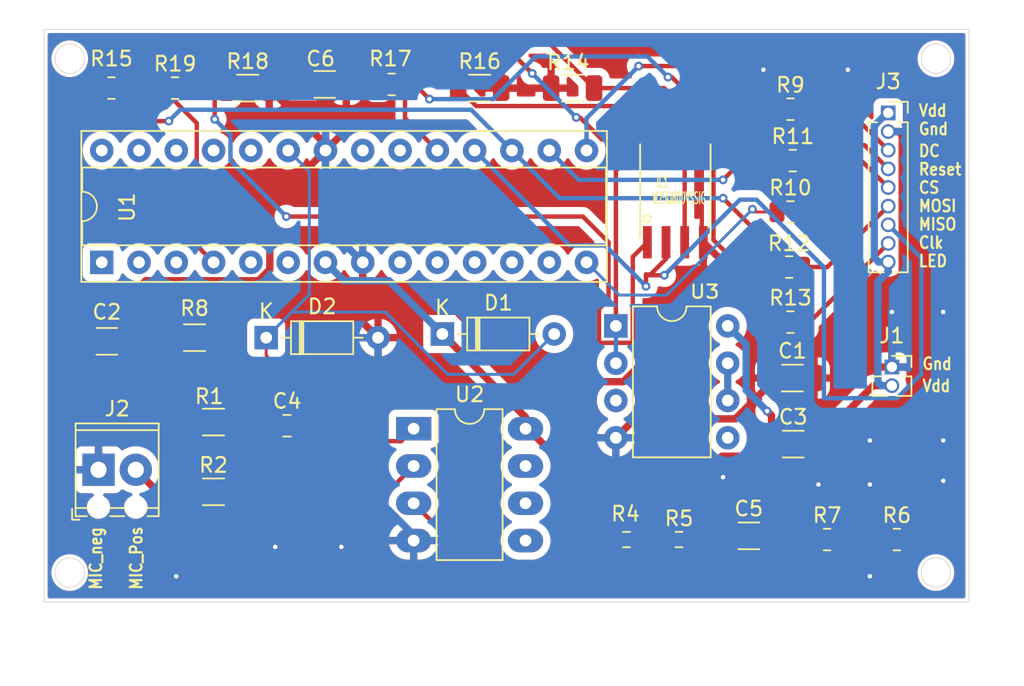
<source format=kicad_pcb>
(kicad_pcb (version 20240108) (generator "pcbnew") (generator_version "8.0")
  (layers (0 "F.Cu" signal) (31 "B.Cu" signal) (34 "B.Paste" user) (35 "F.Paste" user) (36 "B.SilkS" user "B.Silkscreen") (37 "F.SilkS" user "F.Silkscreen") (38 "B.Mask" user) (39 "F.Mask" user) (44 "Edge.Cuts" user))
  (net 0 "")
  (net 1 "GND")
  (net 2 "Net-(C2-Pad1)")
  (net 3 "VDD")
  (net 4 "MIC_POS")
  (net 5 "Net-(IC1-VCC)")
  (net 6 "Net-(IC1-IO2)")
  (net 7 "Net-(IC1-IO0)")
  (net 8 "Net-(IC1-CLK)")
  (net 9 "Net-(IC1-CS)")
  (net 10 "MISO")
  (net 11 "Net-(J3-Pin_8)")
  (net 12 "Net-(J3-Pin_3)")
  (net 13 "Net-(J3-Pin_5)")
  (net 14 "Net-(J3-Pin_6)")
  (net 15 "Net-(J3-Pin_4)")
  (net 16 "Net-(R1-Pad2)")
  (net 17 "Net-(U1-PB1)")
  (net 18 "Net-(U1-PB0)")
  (net 19 "Net-(U1-PB2)")
  (net 20 "MOSI")
  (net 21 "CLK")
  (net 22 "SS")
  (net 44 "Net-(U3-FEEDBACK)")
  (net 46 "/op1")
  (net 47 "/op2")
  (net 48 "/divider")
  (footprint "Connector_PinSocket_1.27mm:PinSocket_1x09_P1.27mm_Vertical" (layer "F.Cu") (at 133.75 81.44)
    (property "Reference" "J3" (at 0 -2.135 0) (layer "F.SilkS"))
    (property "Value" "Conn_01x09_Pin" (hide yes))
    (pad "1" thru_hole rect (at 0 0) (size 1 1) (drill 0.7) (layers "*.Cu" "*.Mask") (net 3 "VDD"))
    (pad "2" thru_hole oval (at 0 1.27) (size 1 1) (drill 0.7) (layers "*.Cu" "*.Mask") (net 1 "GND"))
    (pad "3" thru_hole oval (at 0 2.54) (size 1 1) (drill 0.7) (layers "*.Cu" "*.Mask") (net 12 "Net-(J3-Pin_3)"))
    (pad "4" thru_hole oval (at 0 3.81) (size 1 1) (drill 0.7) (layers "*.Cu" "*.Mask") (net 15 "Net-(J3-Pin_4)"))
    (pad "5" thru_hole oval (at 0 5.08) (size 1 1) (drill 0.7) (layers "*.Cu" "*.Mask") (net 13 "Net-(J3-Pin_5)"))
    (pad "6" thru_hole oval (at 0 6.35) (size 1 1) (drill 0.7) (layers "*.Cu" "*.Mask") (net 14 "Net-(J3-Pin_6)"))
    (pad "7" thru_hole oval (at 0 7.62) (size 1 1) (drill 0.7) (layers "*.Cu" "*.Mask") (net 10 "MISO"))
    (pad "8" thru_hole oval (at 0 8.89) (size 1 1) (drill 0.7) (layers "*.Cu" "*.Mask") (net 11 "Net-(J3-Pin_8)"))
    (pad "9" thru_hole oval (at 0 10.16) (size 1 1) (drill 0.7) (layers "*.Cu" "*.Mask") (net 3 "VDD"))
  )
  (footprint "Resistor_SMD:R_0805_2012Metric" (layer "F.Cu") (at 127.0875 95.69)
    (property "Reference" "R13" (at 0 -1.65 0) (layer "F.SilkS"))
    (property "Value" "10k" (hide yes))
    (pad "1" smd roundrect (at -0.9125 0) (size 1.025 1.4) (layers "F.Cu" "F.Paste" "F.Mask") (roundrect_rratio 0.243902) (net 21 "CLK"))
    (pad "2" smd roundrect (at 0.9125 0) (size 1.025 1.4) (layers "F.Cu" "F.Paste" "F.Mask") (roundrect_rratio 0.243902) (net 11 "Net-(J3-Pin_8)"))
  )
  (footprint "W25Q80DVSSIG:SOIC8-FLASH" (layer "F.Cu") (at 119.25 86.75)
    (property "Reference" "IC1" (at -0.889 -0.5842 0) (layer "F.SilkS") (effects (font (size 0.8 0.32) (thickness 0.08))))
    (property "Value" "W25Q80DVSSIG" (at 0.25 0.5 0) (layer "F.SilkS") (effects (font (size 0.8 0.32) (thickness 0.08))))
    (pad "1" smd rect (at -1.905 3.5) (size 0.6 2.2) (layers "F.Cu" "F.Paste" "F.Mask") (net 9 "Net-(IC1-CS)"))
    (pad "2" smd rect (at -0.635 3.5) (size 0.6 2.2) (layers "F.Cu" "F.Paste" "F.Mask") (net 10 "MISO"))
    (pad "3" smd rect (at 0.635 3.5) (size 0.6 2.2) (layers "F.Cu" "F.Paste" "F.Mask") (net 6 "Net-(IC1-IO2)"))
    (pad "4" smd rect (at 1.905 3.5) (size 0.6 2.2) (layers "F.Cu" "F.Paste" "F.Mask") (net 1 "GND"))
    (pad "5" smd rect (at 1.905 -3.5) (size 0.6 2.2) (layers "F.Cu" "F.Paste" "F.Mask") (net 7 "Net-(IC1-IO0)"))
    (pad "6" smd rect (at 0.635 -3.5) (size 0.6 2.2) (layers "F.Cu" "F.Paste" "F.Mask") (net 8 "Net-(IC1-CLK)"))
    (pad "7" smd rect (at -0.635 -3.5) (size 0.6 2.2) (layers "F.Cu" "F.Paste" "F.Mask") (net 6 "Net-(IC1-IO2)"))
    (pad "8" smd rect (at -1.905 -3.5) (size 0.6 2.2) (layers "F.Cu" "F.Paste" "F.Mask") (net 5 "Net-(IC1-VCC)"))
  )
  (footprint "Capacitor_SMD:C_1206_3216Metric" (layer "F.Cu") (at 95.3625 79.5 180)
    (property "Reference" "C6" (at 0.275 1.75 0) (layer "F.SilkS"))
    (property "Value" "10uF" (hide yes))
    (pad "1" smd roundrect (at -1.475 0 180) (size 1.15 1.8) (layers "F.Cu" "F.Paste" "F.Mask") (roundrect_rratio 0.217391) (net 1 "GND"))
    (pad "2" smd roundrect (at 1.475 0 180) (size 1.15 1.8) (layers "F.Cu" "F.Paste" "F.Mask") (roundrect_rratio 0.217391) (net 5 "Net-(IC1-VCC)"))
  )
  (footprint "Capacitor_SMD:C_1206_3216Metric" (layer "F.Cu") (at 127.275 104)
    (property "Reference" "C3" (at 0 -1.85 0) (layer "F.SilkS"))
    (property "Value" "100nF" (hide yes))
    (pad "1" smd roundrect (at -1.475 0) (size 1.15 1.8) (layers "F.Cu" "F.Paste" "F.Mask") (roundrect_rratio 0.217391) (net 3 "VDD"))
    (pad "2" smd roundrect (at 1.475 0) (size 1.15 1.8) (layers "F.Cu" "F.Paste" "F.Mask") (roundrect_rratio 0.217391) (net 3 "VDD"))
  )
  (footprint "Package_DIP:DIP-8_W7.62mm_LongPads" (layer "F.Cu") (at 101.425 102.95)
    (property "Reference" "U2" (at 3.81 -2.33 0) (layer "F.SilkS"))
    (property "Value" "TL082" (hide yes))
    (pad "1" thru_hole rect (at 0 0) (size 2.4 1.6) (drill 0.8) (layers "*.Cu" "*.Mask") (net 46 "/op1"))
    (pad "2" thru_hole oval (at 0 2.54) (size 2.4 1.6) (drill 0.8) (layers "*.Cu" "*.Mask") (net 47 "/op2"))
    (pad "3" thru_hole oval (at 0 5.08) (size 2.4 1.6) (drill 0.8) (layers "*.Cu" "*.Mask") (net 48 "/divider"))
    (pad "4" thru_hole oval (at 0 7.62) (size 2.4 1.6) (drill 0.8) (layers "*.Cu" "*.Mask") (net 1 "GND"))
    (pad "5" thru_hole oval (at 7.62 7.62) (size 2.4 1.6) (drill 0.8) (layers "*.Cu" "*.Mask"))
    (pad "6" thru_hole oval (at 7.62 5.08) (size 2.4 1.6) (drill 0.8) (layers "*.Cu" "*.Mask"))
    (pad "7" thru_hole oval (at 7.62 2.54) (size 2.4 1.6) (drill 0.8) (layers "*.Cu" "*.Mask"))
    (pad "8" thru_hole oval (at 7.62 0) (size 2.4 1.6) (drill 0.8) (layers "*.Cu" "*.Mask") (net 3 "VDD"))
  )
  (footprint "Resistor_SMD:R_0805_2012Metric" (layer "F.Cu") (at 85.175 79.75)
    (property "Reference" "R19" (at 0 -1.65 0) (layer "F.SilkS"))
    (property "Value" "100" (hide yes))
    (pad "1" smd roundrect (at -0.9125 0) (size 1.025 1.4) (layers "F.Cu" "F.Paste" "F.Mask") (roundrect_rratio 0.243902) (net 22 "SS"))
    (pad "2" smd roundrect (at 0.9125 0) (size 1.025 1.4) (layers "F.Cu" "F.Paste" "F.Mask") (roundrect_rratio 0.243902) (net 9 "Net-(IC1-CS)"))
  )
  (footprint "Package_DIP:DIP-8_W7.62mm" (layer "F.Cu") (at 115.2 95.95)
    (property "Reference" "U3" (at 6.05 -2.33 0) (layer "F.SilkS") (effects (font (size 0.9 1))))
    (property "Value" "LP2951-3.3_DIP" (hide yes))
    (pad "1" thru_hole rect (at 0 0) (size 1.6 1.6) (drill 0.8) (layers "*.Cu" "*.Mask") (net 5 "Net-(IC1-VCC)"))
    (pad "2" thru_hole oval (at 0 2.54) (size 1.6 1.6) (drill 0.8) (layers "*.Cu" "*.Mask") (net 5 "Net-(IC1-VCC)"))
    (pad "3" thru_hole oval (at 0 5.08) (size 1.6 1.6) (drill 0.8) (layers "*.Cu" "*.Mask"))
    (pad "4" thru_hole oval (at 0 7.62) (size 1.6 1.6) (drill 0.8) (layers "*.Cu" "*.Mask") (net 1 "GND"))
    (pad "5" thru_hole oval (at 7.62 7.62) (size 1.6 1.6) (drill 0.8) (layers "*.Cu" "*.Mask"))
    (pad "6" thru_hole oval (at 7.62 5.08) (size 1.6 1.6) (drill 0.8) (layers "*.Cu" "*.Mask") (net 44 "Net-(U3-FEEDBACK)"))
    (pad "7" thru_hole oval (at 7.62 2.54) (size 1.6 1.6) (drill 0.8) (layers "*.Cu" "*.Mask") (net 44 "Net-(U3-FEEDBACK)"))
    (pad "8" thru_hole oval (at 7.62 0) (size 1.6 1.6) (drill 0.8) (layers "*.Cu" "*.Mask") (net 3 "VDD"))
  )
  (footprint "Resistor_SMD:R_1206_3216Metric" (layer "F.Cu") (at 90.125 79.75)
    (property "Reference" "R18" (at 0 -1.82 0) (layer "F.SilkS"))
    (property "Value" "200" (hide yes))
    (pad "1" smd roundrect (at -1.4625 0) (size 1.125 1.75) (layers "F.Cu" "F.Paste" "F.Mask") (roundrect_rratio 0.222222) (net 9 "Net-(IC1-CS)"))
    (pad "2" smd roundrect (at 1.4625 0) (size 1.125 1.75) (layers "F.Cu" "F.Paste" "F.Mask") (roundrect_rratio 0.222222) (net 1 "GND"))
  )
  (footprint "Resistor_SMD:R_1206_3216Metric" (layer "F.Cu") (at 87.7875 102.5 180)
    (property "Reference" "R1" (at 0.2875 1.75 0) (layer "F.SilkS"))
    (property "Value" "3.3k" (hide yes))
    (pad "1" smd roundrect (at -1.4625 0 180) (size 1.125 1.75) (layers "F.Cu" "F.Paste" "F.Mask") (roundrect_rratio 0.222222) (net 47 "/op2"))
    (pad "2" smd roundrect (at 1.4625 0 180) (size 1.125 1.75) (layers "F.Cu" "F.Paste" "F.Mask") (roundrect_rratio 0.222222) (net 16 "Net-(R1-Pad2)"))
  )
  (footprint "Resistor_SMD:R_0805_2012Metric" (layer "F.Cu") (at 127.0875 88.19)
    (property "Reference" "R10" (at 0 -1.65 0) (layer "F.SilkS"))
    (property "Value" "10k" (hide yes))
    (pad "1" smd roundrect (at -0.9125 0) (size 1.025 1.4) (layers "F.Cu" "F.Paste" "F.Mask") (roundrect_rratio 0.243902) (net 18 "Net-(U1-PB0)"))
    (pad "2" smd roundrect (at 0.9125 0) (size 1.025 1.4) (layers "F.Cu" "F.Paste" "F.Mask") (roundrect_rratio 0.243902) (net 15 "Net-(J3-Pin_4)"))
  )
  (footprint "Resistor_SMD:R_0805_2012Metric" (layer "F.Cu") (at 127 91.94)
    (property "Reference" "R12" (at 0 -1.61 0) (layer "F.SilkS"))
    (property "Value" "10k" (hide yes))
    (pad "1" smd roundrect (at -0.9125 0) (size 1.025 1.4) (layers "F.Cu" "F.Paste" "F.Mask") (roundrect_rratio 0.243902) (net 20 "MOSI"))
    (pad "2" smd roundrect (at 0.9125 0) (size 1.025 1.4) (layers "F.Cu" "F.Paste" "F.Mask") (roundrect_rratio 0.243902) (net 14 "Net-(J3-Pin_6)"))
  )
  (footprint "Diode_THT:D_DO-35_SOD27_P7.62mm_Horizontal" (layer "F.Cu") (at 91.38 96.75)
    (property "Reference" "D2" (at 3.81 -2.12 0) (layer "F.SilkS"))
    (property "Value" "1N4148")
    (fp_text user "K" (at 0 -1.8 0) (layer "F.SilkS"))
    (pad "1" thru_hole rect (at 0 0) (size 1.6 1.6) (drill 0.8) (layers "*.Cu" "*.Mask") (net 46 "/op1"))
    (pad "2" thru_hole oval (at 7.62 0) (size 1.6 1.6) (drill 0.8) (layers "*.Cu" "*.Mask") (net 1 "GND"))
  )
  (footprint "Resistor_SMD:R_1206_3216Metric" (layer "F.Cu") (at 105.925 79.75)
    (property "Reference" "R16" (at 0 -1.82 0) (layer "F.SilkS"))
    (property "Value" "200" (hide yes))
    (pad "1" smd roundrect (at -1.4625 0) (size 1.125 1.75) (layers "F.Cu" "F.Paste" "F.Mask") (roundrect_rratio 0.222222) (net 8 "Net-(IC1-CLK)"))
    (pad "2" smd roundrect (at 1.4625 0) (size 1.125 1.75) (layers "F.Cu" "F.Paste" "F.Mask") (roundrect_rratio 0.222222) (net 1 "GND"))
  )
  (footprint "Capacitor_SMD:C_0805_2012Metric" (layer "F.Cu") (at 92.8 102.75)
    (property "Reference" "C4" (at 0 -1.68 0) (layer "F.SilkS"))
    (property "Value" "500pF" (hide yes))
    (pad "1" smd roundrect (at -0.95 0) (size 1 1.45) (layers "F.Cu" "F.Paste" "F.Mask") (net 47 "/op2"))
    (pad "2" smd roundrect (at 0.95 0) (size 1 1.45) (layers "F.Cu" "F.Paste" "F.Mask") (net 46 "/op1"))
  )
  (footprint "Capacitor_SMD:C_1206_3216Metric" (layer "F.Cu") (at 124.25 110.25)
    (property "Reference" "C5" (at 0 -1.85 0) (layer "F.SilkS"))
    (property "Value" "10uF" (hide yes))
    (pad "1" smd roundrect (at -1.475 0) (size 1.15 1.8) (layers "F.Cu" "F.Paste" "F.Mask") (roundrect_rratio 0.217391) (net 48 "/divider"))
    (pad "2" smd roundrect (at 1.475 0) (size 1.15 1.8) (layers "F.Cu" "F.Paste" "F.Mask") (roundrect_rratio 0.217391) (net 4 "MIC_POS"))
  )
  (footprint "Resistor_SMD:R_1206_3216Metric" (layer "F.Cu") (at 112.25 79.75 180)
    (property "Reference" "R14" (at 0.2875 1.75 0) (layer "F.SilkS"))
    (property "Value" "200" (hide yes))
    (pad "1" smd roundrect (at -1.4625 0 180) (size 1.125 1.75) (layers "F.Cu" "F.Paste" "F.Mask") (roundrect_rratio 0.222222) (net 7 "Net-(IC1-IO0)"))
    (pad "2" smd roundrect (at 1.4625 0 180) (size 1.125 1.75) (layers "F.Cu" "F.Paste" "F.Mask") (roundrect_rratio 0.222222) (net 1 "GND"))
  )
  (footprint "Resistor_SMD:R_0603_1608Metric" (layer "F.Cu") (at 115.925 110.5 180)
    (property "Reference" "R4" (at 0.075 1.75 0) (layer "F.SilkS"))
    (property "Value" "20k" (hide yes))
    (pad "1" smd roundrect (at -0.825 0 180) (size 0.8 0.95) (layers "F.Cu" "F.Paste" "F.Mask") (net 3 "VDD"))
    (pad "2" smd roundrect (at 0.825 0 180) (size 0.8 0.95) (layers "F.Cu" "F.Paste" "F.Mask") (net 48 "/divider"))
  )
  (footprint "Resistor_SMD:R_1206_3216Metric" (layer "F.Cu") (at 86.5 96.75 180)
    (property "Reference" "R8" (at 0 2 0) (layer "F.SilkS"))
    (property "Value" "3.3k" (hide yes))
    (pad "1" smd roundrect (at -1.4625 0 180) (size 1.125 1.75) (layers "F.Cu" "F.Paste" "F.Mask") (roundrect_rratio 0.222222) (net 16 "Net-(R1-Pad2)"))
    (pad "2" smd roundrect (at 1.4625 0 180) (size 1.125 1.75) (layers "F.Cu" "F.Paste" "F.Mask") (roundrect_rratio 0.222222) (net 2 "Net-(C2-Pad1)"))
  )
  (footprint "Diode_THT:D_DO-35_SOD27_P7.62mm_Horizontal" (layer "F.Cu") (at 103.38 96.5)
    (property "Reference" "D1" (at 3.81 -2.12 0) (layer "F.SilkS"))
    (property "Value" "1N4148")
    (fp_text user "K" (at 0 -1.8 0) (layer "F.SilkS"))
    (pad "1" thru_hole rect (at 0 0) (size 1.6 1.6) (drill 0.8) (layers "*.Cu" "*.Mask") (net 3 "VDD"))
    (pad "2" thru_hole oval (at 7.62 0) (size 1.6 1.6) (drill 0.8) (layers "*.Cu" "*.Mask") (net 46 "/op1"))
  )
  (footprint "Package_DIP:DIP-28_W7.62mm_Socket" (layer "F.Cu") (at 80.18 91.62 90)
    (property "Reference" "U1" (at 3.75 1.73 90) (layer "F.SilkS"))
    (property "Value" "ATmega328-P")
    (pad "1" thru_hole rect (at 0 0 90) (size 1.6 1.6) (drill 0.8) (layers "*.Cu" "*.Mask"))
    (pad "2" thru_hole oval (at 0 2.54 90) (size 1.6 1.6) (drill 0.8) (layers "*.Cu" "*.Mask"))
    (pad "3" thru_hole oval (at 0 5.08 90) (size 1.6 1.6) (drill 0.8) (layers "*.Cu" "*.Mask"))
    (pad "4" thru_hole oval (at 0 7.62 90) (size 1.6 1.6) (drill 0.8) (layers "*.Cu" "*.Mask") (net 22 "SS"))
    (pad "5" thru_hole oval (at 0 10.16 90) (size 1.6 1.6) (drill 0.8) (layers "*.Cu" "*.Mask"))
    (pad "6" thru_hole oval (at 0 12.7 90) (size 1.6 1.6) (drill 0.8) (layers "*.Cu" "*.Mask"))
    (pad "7" thru_hole oval (at 0 15.24 90) (size 1.6 1.6) (drill 0.8) (layers "*.Cu" "*.Mask") (net 3 "VDD"))
    (pad "8" thru_hole oval (at 0 17.78 90) (size 1.6 1.6) (drill 0.8) (layers "*.Cu" "*.Mask") (net 1 "GND"))
    (pad "9" thru_hole oval (at 0 20.32 90) (size 1.6 1.6) (drill 0.8) (layers "*.Cu" "*.Mask"))
    (pad "10" thru_hole oval (at 0 22.86 90) (size 1.6 1.6) (drill 0.8) (layers "*.Cu" "*.Mask"))
    (pad "11" thru_hole oval (at 0 25.4 90) (size 1.6 1.6) (drill 0.8) (layers "*.Cu" "*.Mask"))
    (pad "12" thru_hole oval (at 0 27.94 90) (size 1.6 1.6) (drill 0.8) (layers "*.Cu" "*.Mask"))
    (pad "13" thru_hole oval (at 0 30.48 90) (size 1.6 1.6) (drill 0.8) (layers "*.Cu" "*.Mask"))
    (pad "14" thru_hole oval (at 0 33.02 90) (size 1.6 1.6) (drill 0.8) (layers "*.Cu" "*.Mask") (net 18 "Net-(U1-PB0)"))
    (pad "15" thru_hole oval (at 7.62 33.02 90) (size 1.6 1.6) (drill 0.8) (layers "*.Cu" "*.Mask") (net 17 "Net-(U1-PB1)"))
    (pad "16" thru_hole oval (at 7.62 30.48 90) (size 1.6 1.6) (drill 0.8) (layers "*.Cu" "*.Mask") (net 19 "Net-(U1-PB2)"))
    (pad "17" thru_hole oval (at 7.62 27.94 90) (size 1.6 1.6) (drill 0.8) (layers "*.Cu" "*.Mask") (net 20 "MOSI"))
    (pad "18" thru_hole oval (at 7.62 25.4 90) (size 1.6 1.6) (drill 0.8) (layers "*.Cu" "*.Mask") (net 10 "MISO"))
    (pad "19" thru_hole oval (at 7.62 22.86 90) (size 1.6 1.6) (drill 0.8) (layers "*.Cu" "*.Mask") (net 21 "CLK"))
    (pad "20" thru_hole oval (at 7.62 20.32 90) (size 1.6 1.6) (drill 0.8) (layers "*.Cu" "*.Mask"))
    (pad "21" thru_hole oval (at 7.62 17.78 90) (size 1.6 1.6) (drill 0.8) (layers "*.Cu" "*.Mask"))
    (pad "22" thru_hole oval (at 7.62 15.24 90) (size 1.6 1.6) (drill 0.8) (layers "*.Cu" "*.Mask") (net 1 "GND"))
    (pad "23" thru_hole oval (at 7.62 12.7 90) (size 1.6 1.6) (drill 0.8) (layers "*.Cu" "*.Mask") (net 46 "/op1"))
    (pad "24" thru_hole oval (at 7.62 10.16 90) (size 1.6 1.6) (drill 0.8) (layers "*.Cu" "*.Mask"))
    (pad "25" thru_hole oval (at 7.62 7.62 90) (size 1.6 1.6) (drill 0.8) (layers "*.Cu" "*.Mask"))
    (pad "26" thru_hole oval (at 7.62 5.08 90) (size 1.6 1.6) (drill 0.8) (layers "*.Cu" "*.Mask"))
    (pad "27" thru_hole oval (at 7.62 2.54 90) (size 1.6 1.6) (drill 0.8) (layers "*.Cu" "*.Mask"))
    (pad "28" thru_hole oval (at 7.62 0 90) (size 1.6 1.6) (drill 0.8) (layers "*.Cu" "*.Mask"))
  )
  (footprint "TerminalBlock_Phoenix:TerminalBlock_Phoenix_MPT-0,5-2-2.54_1x02_P2.54mm_Horizontal" (layer "F.Cu") (at 79.96 105.75)
    (property "Reference" "J2" (at 1.27 -4.16 0) (layer "F.SilkS"))
    (property "Value" "Conn_01x02_Pin" (hide yes))
    (pad "" np_thru_hole circle (at 0 2.54) (size 1.1 1.1) (drill 1.1) (layers "*.Cu" "*.Mask"))
    (pad "" np_thru_hole circle (at 2.54 2.54) (size 1.1 1.1) (drill 1.1) (layers "*.Cu" "*.Mask"))
    (pad "1" thru_hole rect (at 0 0) (size 2.2 2.2) (drill 1.1) (layers "*.Cu" "*.Mask") (net 1 "GND"))
    (pad "2" thru_hole circle (at 2.54 0) (size 2.2 2.2) (drill 1.1) (layers "*.Cu" "*.Mask") (net 4 "MIC_POS"))
  )
  (footprint "Resistor_SMD:R_0805_2012Metric" (layer "F.Cu") (at 127.0875 81.19)
    (property "Reference" "R9" (at 0 -1.65 0) (layer "F.SilkS"))
    (property "Value" "10k" (hide yes))
    (pad "1" smd roundrect (at -0.9125 0) (size 1.025 1.4) (layers "F.Cu" "F.Paste" "F.Mask") (roundrect_rratio 0.243902) (net 17 "Net-(U1-PB1)"))
    (pad "2" smd roundrect (at 0.9125 0) (size 1.025 1.4) (layers "F.Cu" "F.Paste" "F.Mask") (roundrect_rratio 0.243902) (net 12 "Net-(J3-Pin_3)"))
  )
  (footprint "Capacitor_SMD:C_1206_3216Metric" (layer "F.Cu") (at 80.525 97 180)
    (property "Reference" "C2" (at 0 2 0) (layer "F.SilkS"))
    (property "Value" "10uF" (hide yes))
    (pad "1" smd roundrect (at -1.475 0 180) (size 1.15 1.8) (layers "F.Cu" "F.Paste" "F.Mask") (roundrect_rratio 0.217391) (net 2 "Net-(C2-Pad1)"))
    (pad "2" smd roundrect (at 1.475 0 180) (size 1.15 1.8) (layers "F.Cu" "F.Paste" "F.Mask") (roundrect_rratio 0.217391) (net 1 "GND"))
  )
  (footprint "Resistor_SMD:R_0805_2012Metric" (layer "F.Cu") (at 99.925 79.5 180)
    (property "Reference" "R17" (at 0.0875 1.75 0) (layer "F.SilkS"))
    (property "Value" "100" (hide yes))
    (pad "1" smd roundrect (at -0.9125 0 180) (size 1.025 1.4) (layers "F.Cu" "F.Paste" "F.Mask") (roundrect_rratio 0.243902) (net 21 "CLK"))
    (pad "2" smd roundrect (at 0.9125 0 180) (size 1.025 1.4) (layers "F.Cu" "F.Paste" "F.Mask") (roundrect_rratio 0.243902) (net 8 "Net-(IC1-CLK)"))
  )
  (footprint "Resistor_SMD:R_0805_2012Metric" (layer "F.Cu") (at 127.25 84.69)
    (property "Reference" "R11" (at 0 -1.65 0) (layer "F.SilkS"))
    (property "Value" "10k" (hide yes))
    (pad "1" smd roundrect (at -0.9125 0) (size 1.025 1.4) (layers "F.Cu" "F.Paste" "F.Mask") (roundrect_rratio 0.243902) (net 19 "Net-(U1-PB2)"))
    (pad "2" smd roundrect (at 0.9125 0) (size 1.025 1.4) (layers "F.Cu" "F.Paste" "F.Mask") (roundrect_rratio 0.243902) (net 13 "Net-(J3-Pin_5)"))
  )
  (footprint "Resistor_SMD:R_0805_2012Metric" (layer "F.Cu") (at 129.5875 110.5)
    (property "Reference" "R7" (at 0 -1.65 0) (layer "F.SilkS"))
    (property "Value" "1k" (hide yes))
    (pad "1" smd roundrect (at -0.9125 0) (size 1.025 1.4) (layers "F.Cu" "F.Paste" "F.Mask") (roundrect_rratio 0.243902) (net 3 "VDD"))
    (pad "2" smd roundrect (at 0.9125 0) (size 1.025 1.4) (layers "F.Cu" "F.Paste" "F.Mask") (roundrect_rratio 0.243902) (net 4 "MIC_POS"))
  )
  (footprint "Capacitor_SMD:C_1206_3216Metric" (layer "F.Cu") (at 127.225 99.5)
    (property "Reference" "C1" (at 0 -1.85 0) (layer "F.SilkS"))
    (property "Value" "100nF" (hide yes))
    (pad "1" smd roundrect (at -1.475 0) (size 1.15 1.8) (layers "F.Cu" "F.Paste" "F.Mask") (roundrect_rratio 0.217391) (net 1 "GND"))
    (pad "2" smd roundrect (at 1.475 0) (size 1.15 1.8) (layers "F.Cu" "F.Paste" "F.Mask") (roundrect_rratio 0.217391) (net 1 "GND"))
  )
  (footprint "Resistor_SMD:R_0603_1608Metric" (layer "F.Cu") (at 119.5 110.5)
    (property "Reference" "R5" (at 0 -1.43 0) (layer "F.SilkS"))
    (property "Value" "20k" (hide yes))
    (pad "1" smd roundrect (at -0.825 0) (size 0.8 0.95) (layers "F.Cu" "F.Paste" "F.Mask") (net 48 "/divider"))
    (pad "2" smd roundrect (at 0.825 0) (size 0.8 0.95) (layers "F.Cu" "F.Paste" "F.Mask") (net 1 "GND"))
  )
  (footprint "Resistor_SMD:R_0805_2012Metric" (layer "F.Cu") (at 134.3375 110.5)
    (property "Reference" "R6" (at 0 -1.65 0) (layer "F.SilkS"))
    (property "Value" "1k" (hide yes))
    (pad "1" smd roundrect (at -0.9125 0) (size 1.025 1.4) (layers "F.Cu" "F.Paste" "F.Mask") (roundrect_rratio 0.243902) (net 4 "MIC_POS"))
    (pad "2" smd roundrect (at 0.9125 0) (size 1.025 1.4) (layers "F.Cu" "F.Paste" "F.Mask") (roundrect_rratio 0.243902) (net 1 "GND"))
  )
  (footprint "Resistor_SMD:R_1206_3216Metric" (layer "F.Cu") (at 87.7875 107.25)
    (property "Reference" "R2" (at 0 -1.82 0) (layer "F.SilkS"))
    (property "Value" "1M" (hide yes))
    (pad "1" smd roundrect (at -1.4625 0) (size 1.125 1.75) (layers "F.Cu" "F.Paste" "F.Mask") (roundrect_rratio 0.222222) (net 47 "/op2"))
    (pad "2" smd roundrect (at 1.4625 0) (size 1.125 1.75) (layers "F.Cu" "F.Paste" "F.Mask") (roundrect_rratio 0.222222) (net 46 "/op1"))
  )
  (footprint "Resistor_SMD:R_0805_2012Metric" (layer "F.Cu") (at 80.8375 79.75)
    (property "Reference" "R15" (at 0 -2 0) (layer "F.SilkS"))
    (property "Value" "100" (hide yes))
    (pad "1" smd roundrect (at -0.9125 0) (size 1.025 1.4) (layers "F.Cu" "F.Paste" "F.Mask") (roundrect_rratio 0.243902) (net 20 "MOSI"))
    (pad "2" smd roundrect (at 0.9125 0) (size 1.025 1.4) (layers "F.Cu" "F.Paste" "F.Mask") (roundrect_rratio 0.243902) (net 7 "Net-(IC1-IO0)"))
  )
  (footprint "Connector_PinSocket_1.27mm:PinSocket_1x02_P1.27mm_Vertical" (layer "F.Cu") (at 134 98.75)
    (property "Reference" "J1" (at 0 -2.135 0) (layer "F.SilkS"))
    (property "Value" "Conn_01x02_Pin" (hide yes))
    (pad "1" thru_hole rect (at 0 0) (size 1 1) (drill 0.7) (layers "*.Cu" "*.Mask") (net 1 "GND"))
    (pad "2" thru_hole oval (at 0 1.27) (size 1 1) (drill 0.7) (layers "*.Cu" "*.Mask") (net 3 "VDD"))
  )
  (gr_circle (center 137 112.75) (end 138 112.75) (stroke (width 0.05)) (fill none) (layer "Edge.Cuts"))
  (gr_circle (center 137 77.75) (end 138 77.75) (stroke (width 0.05)) (fill none) (layer "Edge.Cuts"))
  (gr_circle (center 78 112.75) (end 79 112.75) (stroke (width 0.05)) (fill none) (layer "Edge.Cuts"))
  (gr_rect (start 76.25 75.75) (end 139.25 114.75) (stroke (width 0.05)) (fill none) (layer "Edge.Cuts"))
  (gr_circle (center 78 77.75) (end 79 77.75) (stroke (width 0.05)) (fill none) (layer "Edge.Cuts"))
  (gr_text "DC" (at 135.75 84.5 0) (layer "F.SilkS") (effects (font (size 0.8 0.7)) (justify left bottom)))
  (gr_text "LED" (at 135.75 92 0) (layer "F.SilkS") (effects (font (size 0.8 0.7)) (justify left bottom)))
  (gr_text "Clk" (at 135.75 90.75 0) (layer "F.SilkS") (effects (font (size 0.8 0.7)) (justify left bottom)))
  (gr_text "MIC_Pos" (at 83 114 90) (layer "F.SilkS") (effects (font (size 0.8 0.7)) (justify left bottom)))
  (gr_text "Vdd" (at 135.75 81.75 0) (layer "F.SilkS") (effects (font (size 0.8 0.7)) (justify left bottom)))
  (gr_text "MISO" (at 135.75 89.5 0) (layer "F.SilkS") (effects (font (size 0.8 0.7)) (justify left bottom)))
  (gr_text "MOSI" (at 135.75 88.25 0) (layer "F.SilkS") (effects (font (size 0.8 0.7)) (justify left bottom)))
  (gr_text "Gnd" (at 136 99 0) (layer "F.SilkS") (effects (font (size 0.8 0.7)) (justify left bottom)))
  (gr_text "Gnd" (at 135.75 83 0) (layer "F.SilkS") (effects (font (size 0.8 0.7)) (justify left bottom)))
  (gr_text "CS" (at 135.75 87 0) (layer "F.SilkS") (effects (font (size 0.8 0.7)) (justify left bottom)))
  (gr_text "Vdd" (at 136 100.5 0) (layer "F.SilkS") (effects (font (size 0.8 0.7)) (justify left bottom)))
  (gr_text "Reset" (at 135.75 85.75 0) (layer "F.SilkS") (effects (font (size 0.8 0.7)) (justify left bottom)))
  (gr_text "MIC_neg" (at 80.25 114 90) (layer "F.SilkS") (effects (font (size 0.8 0.7)) (justify left bottom)))
  (segment (start 97.96 95.71) (end 99 96.75) (width 0.5) (layer "F.Cu") (net 1))
  (segment (start 79.05 97) (end 83.18 92.87) (width 0.5) (layer "F.Cu") (net 1))
  (segment (start 134 95) (end 134.7 94.3) (width 0.5) (layer "F.Cu") (net 1))
  (segment (start 125.75 99.5) (end 128.7 99.5) (width 0.5) (layer "F.Cu") (net 1))
  (segment (start 134.7 82.952894) (end 134.457106 82.71) (width 0.5) (layer "F.Cu") (net 1))
  (segment (start 121.155 94.302767) (end 115.707767 99.75) (width 0.5) (layer "F.Cu") (net 1))
  (segment (start 120.325 108.425) (end 122.5 106.25) (width 0.5) (layer "F.Cu") (net 1))
  (segment (start 123.337767 102.28) (end 125.75 99.867767) (width 0.5) (layer "F.Cu") (net 1))
  (segment (start 95.42 83.5825) (end 95.42 84) (width 0.5) (layer "F.Cu") (net 1))
  (segment (start 121.155 90.25) (end 121.155 94.302767) (width 0.5) (layer "F.Cu") (net 1))
  (segment (start 91.5875 79.75) (end 92.6875 80.85) (width 0.5) (layer "F.Cu") (net 1))
  (segment (start 83.18 92.87) (end 90.857767 92.87) (width 0.5) (layer "F.Cu") (net 1))
  (segment (start 135.25 99) (end 135 98.75) (width 0.5) (layer "F.Cu") (net 1))
  (segment (start 125.175 98.925) (end 125.175 94.27) (width 0.5) (layer "F.Cu") (net 1))
  (segment (start 134.457106 82.71) (end 133.75 82.71) (width 0.5) (layer "F.Cu") (net 1))
  (segment (start 105.4875 77.85) (end 107.3875 79.75) (width 0.5) (layer "F.Cu") (net 1))
  (segment (start 125.75 99.5) (end 125.175 98.925) (width 0.5) (layer "F.Cu") (net 1))
  (segment (start 116.49 102.28) (end 123.337767 102.28) (width 0.5) (layer "F.Cu") (net 1))
  (segment (start 125.75 99.867767) (end 125.75 99.5) (width 0.5) (layer "F.Cu") (net 1))
  (segment (start 91.63 92.097767) (end 91.63 87.79) (width 0.5) (layer "F.Cu") (net 1))
  (segment (start 125.175 94.27) (end 121.155 90.25) (width 0.5) (layer "F.Cu") (net 1))
  (segment (start 96.8375 79.5) (end 98.4875 77.85) (width 0.5) (layer "F.Cu") (net 1))
  (segment (start 135 98.75) (end 134 98.75) (width 0.5) (layer "F.Cu") (net 1))
  (segment (start 97.96 91.62) (end 97.96 94) (width 0.5) (layer "F.Cu") (net 1))
  (segment (start 115.2 103.57) (end 116.49 102.28) (width 0.5) (layer "F.Cu") (net 1))
  (segment (start 135.25 110.5) (end 135.25 99) (width 0.5) (layer "F.Cu") (net 1))
  (segment (start 98.4875 77.85) (end 105.4875 77.85) (width 0.5) (layer "F.Cu") (net 1))
  (segment (start 107.3875 79.75) (end 110.7875 79.75) (width 0.5) (layer "F.Cu") (net 1))
  (segment (start 79.96 105.75) (end 79.96 97.91) (width 0.5) (layer "F.Cu") (net 1))
  (segment (start 90.857767 92.87) (end 91.63 92.097767) (width 0.5) (layer "F.Cu") (net 1))
  (segment (start 91.63 87.79) (end 95.42 84) (width 0.5) (layer "F.Cu") (net 1))
  (segment (start 92.6875 80.85) (end 95.4875 80.85) (width 0.5) (layer "F.Cu") (net 1))
  (segment (start 109.13 99.75) (end 103.38 94) (width 0.5) (layer "F.Cu") (net 1))
  (segment (start 95.4875 80.85) (end 96.8375 79.5) (width 0.5) (layer "F.Cu") (net 1))
  (segment (start 115.707767 99.75) (end 109.13 99.75) (width 0.5) (layer "F.Cu") (net 1))
  (segment (start 120.325 110.5) (end 120.325 108.425) (width 0.5) (layer "F.Cu") (net 1))
  (segment (start 79.96 97.91) (end 79.05 97) (width 0.5) (layer "F.Cu") (net 1))
  (segment (start 96.8375 82.5825) (end 95.42 84) (width 0.5) (layer "F.Cu") (net 1))
  (segment (start 97.96 94) (end 97.96 95.71) (width 0.5) (layer "F.Cu") (net 1))
  (segment (start 134.7 94.3) (end 134.7 82.952894) (width 0.5) (layer "F.Cu") (net 1))
  (segment (start 96.8375 79.5) (end 96.8375 82.5825) (width 0.5) (layer "F.Cu") (net 1))
  (segment (start 91.5875 79.75) (end 95.42 83.5825) (width 0.5) (layer "F.Cu") (net 1))
  (segment (start 103.38 94) (end 97.96 94) (width 0.5) (layer "F.Cu") (net 1))
  (via (at 134 95) (size 0.6) (drill 0.3) (layers "F.Cu" "B.Cu") (net 1))
  (via (at 122.5 106.25) (size 0.6) (drill 0.3) (layers "F.Cu" "B.Cu") (net 1))
  (via (at 132.5 113) (size 0.6) (drill 0.3) (layers "F.Cu" "B.Cu") (net 1))
  (via (at 137.5 106.5) (size 0.6) (drill 0.3) (layers "F.Cu" "B.Cu") (net 1))
  (via (at 132.5 103.75) (size 0.6) (drill 0.3) (layers "F.Cu" "B.Cu") (net 1))
  (via (at 132.5 106.75) (size 0.6) (drill 0.3) (layers "F.Cu" "B.Cu") (net 1))
  (via (at 129 106.75) (size 0.6) (drill 0.3) (layers "F.Cu" "B.Cu") (net 1))
  (via (at 96.5 111) (size 0.6) (drill 0.3) (layers "F.Cu" "B.Cu") (net 1))
  (via (at 85.25 113) (size 0.6) (drill 0.3) (layers "F.Cu" "B.Cu") (net 1))
  (via (at 92 111) (size 0.6) (drill 0.3) (layers "F.Cu" "B.Cu") (net 1))
  (via (at 131 78.5) (size 0.6) (drill 0.3) (layers "F.Cu" "B.Cu") (net 1))
  (via (at 125.25 78.5) (size 0.6) (drill 0.3) (layers "F.Cu" "B.Cu") (net 1))
  (via (at 137.5 95) (size 0.6) (drill 0.3) (layers "F.Cu" "B.Cu") (net 1))
  (via (at 137.5 103.75) (size 0.6) (drill 0.3) (layers "F.Cu" "B.Cu") (net 1))
  (segment (start 95.42 84) (end 95.42 89.08) (width 0.5) (layer "B.Cu") (net 1))
  (segment (start 101.425 110.197767) (end 101.425 110.57) (width 0.5) (layer "B.Cu") (net 1))
  (segment (start 99 96.75) (end 99 107.772767) (width 0.5) (layer "B.Cu") (net 1))
  (segment (start 119.82 103.57) (end 115.2 103.57) (width 0.5) (layer "B.Cu") (net 1))
  (segment (start 99 107.772767) (end 101.425 110.197767) (width 0.5) (layer "B.Cu") (net 1))
  (segment (start 122.5 106.25) (end 119.82 103.57) (width 0.5) (layer "B.Cu") (net 1))
  (segment (start 134 98.75) (end 134 95) (width 0.5) (layer "B.Cu") (net 1))
  (segment (start 95.42 89.08) (end 97.96 91.62) (width 0.5) (layer "B.Cu") (net 1))
  (segment (start 82 97) (end 84.7875 97) (width 0.2) (layer "F.Cu") (net 2))
  (segment (start 84.7875 97) (end 85.0375 96.75) (width 0.2) (layer "F.Cu") (net 2))
  (segment (start 109.045 102.95) (end 109.2 102.95) (width 0.5) (layer "F.Cu") (net 3))
  (segment (start 124.98 104.82) (end 125.8 104) (width 0.5) (layer "F.Cu") (net 3))
  (segment (start 109.2 102.95) (end 116.75 110.5) (width 0.5) (layer "F.Cu") (net 3))
  (segment (start 132.73 100.02) (end 134 100.02) (width 0.5) (layer "F.Cu") (net 3))
  (segment (start 122.43 104.82) (end 124.98 104.82) (width 0.5) (layer "F.Cu") (net 3))
  (segment (start 125.8 102.05) (end 125.5 101.75) (width 0.5) (layer "F.Cu") (net 3))
  (segment (start 125.8 104) (end 125.8 102.05) (width 0.5) (layer "F.Cu") (net 3))
  (segment (start 128.75 104) (end 124.7 108.05) (width 0.5) (layer "F.Cu") (net 3))
  (segment (start 103.38 96.5) (end 109.045 102.165) (width 0.5) (layer "F.Cu") (net 3))
  (segment (start 125.103122 111.6) (end 127.575 111.6) (width 0.5) (layer "F.Cu") (net 3))
  (segment (start 127.575 111.6) (end 128.675 110.5) (width 0.5) (layer "F.Cu") (net 3))
  (segment (start 124.7 108.05) (end 124.7 111.196878) (width 0.5) (layer "F.Cu") (net 3))
  (segment (start 109.045 102.165) (end 109.045 102.95) (width 0.5) (layer "F.Cu") (net 3))
  (segment (start 116.75 110.5) (end 122.43 104.82) (width 0.5) (layer "F.Cu") (net 3))
  (segment (start 128.75 104) (end 132.73 100.02) (width 0.5) (layer "F.Cu") (net 3))
  (segment (start 125.8 104) (end 128.75 104) (width 0.5) (layer "F.Cu") (net 3))
  (segment (start 124.7 111.196878) (end 125.103122 111.6) (width 0.5) (layer "F.Cu") (net 3))
  (via (at 125.5 101.75) (size 0.6) (drill 0.3) (layers "F.Cu" "B.Cu") (net 3))
  (segment (start 132.8 82.316497) (end 132.8 91.3) (width 0.5) (layer "B.Cu") (net 3))
  (segment (start 133.75 81.44) (end 133.676497 81.44) (width 0.5) (layer "B.Cu") (net 3))
  (segment (start 124.07 100.32) (end 125.5 101.75) (width 0.5) (layer "B.Cu") (net 3))
  (segment (start 133.75 91.6) (end 133.75 92.25) (width 0.5) (layer "B.Cu") (net 3))
  (segment (start 133.05 92.95) (end 133.05 99.777106) (width 0.5) (layer "B.Cu") (net 3))
  (segment (start 96.67 92.87) (end 99.75 92.87) (width 0.5) (layer "B.Cu") (net 3))
  (segment (start 132.8 91.3) (end 133.1 91.6) (width 0.5) (layer "B.Cu") (net 3))
  (segment (start 95.42 91.62) (end 96.67 92.87) (width 0.5) (layer "B.Cu") (net 3))
  (segment (start 133.292894 100.02) (end 134 100.02) (width 0.5) (layer "B.Cu") (net 3))
  (segment (start 124.07 97.2) (end 124.07 100.32) (width 0.5) (layer "B.Cu") (net 3))
  (segment (start 133.676497 81.44) (end 132.8 82.316497) (width 0.5) (layer "B.Cu") (net 3))
  (segment (start 133.1 91.6) (end 133.75 91.6) (width 0.5) (layer "B.Cu") (net 3))
  (segment (start 122.82 95.95) (end 124.07 97.2) (width 0.5) (layer "B.Cu") (net 3))
  (segment (start 133.05 99.777106) (end 133.292894 100.02) (width 0.5) (layer "B.Cu") (net 3))
  (segment (start 99.75 92.87) (end 103.38 96.5) (width 0.5) (layer "B.Cu") (net 3))
  (segment (start 133.75 92.25) (end 133.05 92.95) (width 0.5) (layer "B.Cu") (net 3))
  (segment (start 126.625 109.35) (end 129.35 109.35) (width 0.5) (layer "F.Cu") (net 4))
  (segment (start 129.6375 111.246878) (end 127.634378 113.25) (width 0.5) (layer "F.Cu") (net 4))
  (segment (start 129.6375 109.753122) (end 129.6375 111.246878) (width 0.5) (layer "F.Cu") (net 4))
  (segment (start 129.234378 109.35) (end 129.6375 109.753122) (width 0.5) (layer "F.Cu") (net 4))
  (segment (start 125.725 110.25) (end 126.625 109.35) (width 0.5) (layer "F.Cu") (net 4))
  (segment (start 90 113.25) (end 82.5 105.75) (width 0.5) (layer "F.Cu") (net 4))
  (segment (start 133.425 110.5) (end 130.5 110.5) (width 0.5) (layer "F.Cu") (net 4))
  (segment (start 127.634378 113.25) (end 90 113.25) (width 0.5) (layer "F.Cu") (net 4))
  (segment (start 126.625 109.35) (end 129.234378 109.35) (width 0.5) (layer "F.Cu") (net 4))
  (segment (start 129.35 109.35) (end 130.5 110.5) (width 0.5) (layer "F.Cu") (net 4))
  (segment (start 98.238972 77.25) (end 108 77.25) (width 0.3) (layer "F.Cu") (net 5))
  (segment (start 109.25 78.5) (end 109.5 78.75) (width 0.3) (layer "F.Cu") (net 5))
  (segment (start 96.1375 77.25) (end 98.238972 77.25) (width 0.3) (layer "F.Cu") (net 5))
  (segment (start 112.75 81.75) (end 114.25 83.25) (width 0.3) (layer "F.Cu") (net 5))
  (segment (start 115.2 85.395) (end 117.345 83.25) (width 0.3) (layer "F.Cu") (net 5))
  (segment (start 115.2 95.95) (end 115.2 85.395) (width 0.3) (layer "F.Cu") (net 5))
  (segment (start 93.8875 79.5) (end 96.1375 77.25) (width 0.3) (layer "F.Cu") (net 5))
  (segment (start 114.25 83.25) (end 117.345 83.25) (width 0.3) (layer "F.Cu") (net 5))
  (segment (start 108 77.25) (end 109.25 78.5) (width 0.3) (layer "F.Cu") (net 5))
  (segment (start 112.5 81.75) (end 112.75 81.75) (width 0.3) (layer "F.Cu") (net 5))
  (via (at 112.5 81.75) (size 0.6) (drill 0.3) (layers "F.Cu" "B.Cu") (net 5))
  (via (at 109.5 78.75) (size 0.6) (drill 0.3) (layers "F.Cu" "B.Cu") (net 5))
  (segment (start 115.2 98.49) (end 115.2 95.95) (width 0.3) (layer "B.Cu") (net 5))
  (segment (start 109.5 78.75) (end 112.5 81.75) (width 0.3) (layer "B.Cu") (net 5))
  (segment (start 118.615 83.25) (end 118.615 84.05) (width 0.3) (layer "F.Cu") (net 6))
  (segment (start 119.885 85.32) (end 119.885 90.25) (width 0.3) (layer "F.Cu") (net 6))
  (segment (start 118.615 84.05) (end 119.885 85.32) (width 0.3) (layer "F.Cu") (net 6))
  (segment (start 121.155 83.25) (end 121.155 82.42) (width 0.3) (layer "F.Cu") (net 7))
  (segment (start 81.75 79.75) (end 84.75 76.75) (width 0.3) (layer "F.Cu") (net 7))
  (segment (start 84.75 76.75) (end 110.7125 76.75) (width 0.3) (layer "F.Cu") (net 7))
  (segment (start 121.155 82.42) (end 118.485 79.75) (width 0.3) (layer "F.Cu") (net 7))
  (segment (start 110.7125 76.75) (end 113.7125 79.75) (width 0.3) (layer "F.Cu") (net 7))
  (segment (start 118.485 79.75) (end 113.7125 79.75) (width 0.3) (layer "F.Cu") (net 7))
  (segment (start 104.4625 79.75) (end 103.1625 78.45) (width 0.3) (layer "F.Cu") (net 8))
  (segment (start 105.6875 80.975) (end 104.4625 79.75) (width 0.3) (layer "F.Cu") (net 8))
  (segment (start 118.44 80.975) (end 105.6875 80.975) (width 0.3) (layer "F.Cu") (net 8))
  (segment (start 119.885 82.42) (end 118.44 80.975) (width 0.3) (layer "F.Cu") (net 8))
  (segment (start 119.885 83.25) (end 119.885 82.42) (width 0.3) (layer "F.Cu") (net 8))
  (segment (start 103.1625 78.45) (end 100.0625 78.45) (width 0.3) (layer "F.Cu") (net 8))
  (segment (start 100.0625 78.45) (end 99.0125 79.5) (width 0.3) (layer "F.Cu") (net 8))
  (segment (start 116.35 97.1) (end 114.05 97.1) (width 0.3) (layer "F.Cu") (net 9))
  (segment (start 114.7 90.25) (end 112.95 88.5) (width 0.3) (layer "F.Cu") (net 9))
  (segment (start 87.875 81.875) (end 87.875 80.5375) (width 0.3) (layer "F.Cu") (net 9))
  (segment (start 112.95 88.5) (end 92.75 88.5) (width 0.3) (layer "F.Cu") (net 9))
  (segment (start 114.05 94.8) (end 114.7 94.15) (width 0.3) (layer "F.Cu") (net 9))
  (segment (start 116.35 91.245) (end 116.35 97.1) (width 0.3) (layer "F.Cu") (net 9))
  (segment (start 114.7 94.15) (end 114.7 90.25) (width 0.3) (layer "F.Cu") (net 9))
  (segment (start 117.345 90.25) (end 116.35 91.245) (width 0.3) (layer "F.Cu") (net 9))
  (segment (start 87.875 80.5375) (end 88.6625 79.75) (width 0.3) (layer "F.Cu") (net 9))
  (segment (start 88.6625 79.75) (end 86.0875 79.75) (width 0.3) (layer "F.Cu") (net 9))
  (segment (start 114.05 97.1) (end 114.05 94.8) (width 0.3) (layer "F.Cu") (net 9))
  (via (at 92.75 88.5) (size 0.6) (drill 0.3) (layers "F.Cu" "B.Cu") (net 9))
  (via (at 87.875 81.875) (size 0.6) (drill 0.3) (layers "F.Cu" "B.Cu") (net 9))
  (segment (start 87.875 81.875) (end 87.75 81.75) (width 0.3) (layer "B.Cu") (net 9))
  (segment (start 92.75 88.5) (end 88.95 84.7) (width 0.3) (layer "B.Cu") (net 9))
  (segment (start 88.95 84.7) (end 88.95 82.95) (width 0.3) (layer "B.Cu") (net 9))
  (segment (start 88.95 82.95) (end 87.875 81.875) (width 0.3) (layer "B.Cu") (net 9))
  (segment (start 117.305 92.5) (end 117.25 92.445) (width 0.3) (layer "F.Cu") (net 10))
  (segment (start 118.615 90.25) (end 118.615 91.385) (width 0.3) (layer "F.Cu") (net 10))
  (segment (start 118.615 91.385) (end 117.555 92.445) (width 0.3) (layer "F.Cu") (net 10))
  (segment (start 118.5 92.5) (end 117.305 92.5) (width 0.3) (layer "F.Cu") (net 10))
  (segment (start 117.25 92.445) (end 117.25 93.25) (width 0.3) (layer "F.Cu") (net 10))
  (segment (start 105.58 84) (end 106 84) (width 0.3) (layer "F.Cu") (net 10))
  (segment (start 117.555 92.445) (end 117.25 92.445) (width 0.3) (layer "F.Cu") (net 10))
  (via (at 118.5 92.5) (size 0.6) (drill 0.3) (layers "F.Cu" "B.Cu") (net 10))
  (via (at 117.25 93.25) (size 0.6) (drill 0.3) (layers "F.Cu" "B.Cu") (net 10))
  (segment (start 117.25 93.25) (end 114.47 90.47) (width 0.3) (layer "B.Cu") (net 10))
  (segment (start 129.37 100.87) (end 134.352082 100.87) (width 0.3) (layer "B.Cu") (net 10))
  (segment (start 118.5 92.5) (end 123.65 87.35) (width 0.3) (layer "B.Cu") (net 10))
  (segment (start 129.37 91.950761) (end 129.37 100.87) (width 0.3) (layer "B.Cu") (net 10))
  (segment (start 136 91.31) (end 133.75 89.06) (width 0.3) (layer "B.Cu") (net 10))
  (segment (start 112.05 90.47) (end 105.58 84) (width 0.3) (layer "B.Cu") (net 10))
  (segment (start 114.47 90.47) (end 112.05 90.47) (width 0.3) (layer "B.Cu") (net 10))
  (segment (start 124.769239 87.35) (end 129.37 91.950761) (width 0.3) (layer "B.Cu") (net 10))
  (segment (start 136 99.222082) (end 136 91.31) (width 0.3) (layer "B.Cu") (net 10))
  (segment (start 123.65 87.35) (end 124.769239 87.35) (width 0.3) (layer "B.Cu") (net 10))
  (segment (start 134.352082 100.87) (end 136 99.222082) (width 0.3) (layer "B.Cu") (net 10))
  (segment (start 128.39 95.69) (end 133.75 90.33) (width 0.3) (layer "F.Cu") (net 11))
  (segment (start 128 95.69) (end 128.39 95.69) (width 0.3) (layer "F.Cu") (net 11))
  (segment (start 130.96 81.19) (end 133.75 83.98) (width 0.3) (layer "F.Cu") (net 12))
  (segment (start 128 81.19) (end 130.96 81.19) (width 0.3) (layer "F.Cu") (net 12))
  (segment (start 128.1625 84.69) (end 131.92 84.69) (width 0.3) (layer "F.Cu") (net 13))
  (segment (start 131.92 84.69) (end 133.75 86.52) (width 0.3) (layer "F.Cu") (net 13))
  (segment (start 127.9125 91.94) (end 129.6 91.94) (width 0.3) (layer "F.Cu") (net 14))
  (segment (start 129.6 91.94) (end 133.75 87.79) (width 0.3) (layer "F.Cu") (net 14))
  (segment (start 127.3 83.984544) (end 127.644544 83.64) (width 0.3) (layer "F.Cu") (net 15))
  (segment (start 132.14 83.64) (end 133.75 85.25) (width 0.3) (layer "F.Cu") (net 15))
  (segment (start 127.3 87.49) (end 127.3 83.984544) (width 0.3) (layer "F.Cu") (net 15))
  (segment (start 127.644544 83.64) (end 132.14 83.64) (width 0.3) (layer "F.Cu") (net 15))
  (segment (start 128 88.19) (end 127.3 87.49) (width 0.3) (layer "F.Cu") (net 15))
  (segment (start 87.9625 96.75) (end 87.9625 100.8625) (width 0.2) (layer "F.Cu") (net 16))
  (segment (start 87.9625 100.8625) (end 86.325 102.5) (width 0.2) (layer "F.Cu") (net 16))
  (segment (start 123.235 78.25) (end 116.75 78.25) (width 0.3) (layer "F.Cu") (net 17))
  (segment (start 126.175 81.19) (end 123.235 78.25) (width 0.3) (layer "F.Cu") (net 17))
  (via (at 116.75 78.25) (size 0.6) (drill 0.3) (layers "F.Cu" "B.Cu") (net 17))
  (segment (start 116.75 78.25) (end 113.2 81.8) (width 0.3) (layer "B.Cu") (net 17))
  (segment (start 113.2 81.8) (end 113.2 84) (width 0.3) (layer "B.Cu") (net 17))
  (segment (start 126.175 88.19) (end 124.69 88.19) (width 0.2) (layer "F.Cu") (net 18))
  (segment (start 124.69 88.19) (end 124.5 88) (width 0.2) (layer "F.Cu") (net 18))
  (via (at 124.5 88) (size 0.6) (drill 0.3) (layers "F.Cu" "B.Cu") (net 18))
  (segment (start 113.2 91.62) (end 115.43 93.85) (width 0.2) (layer "B.Cu") (net 18))
  (segment (start 115.43 93.85) (end 118.65 93.85) (width 0.2) (layer "B.Cu") (net 18))
  (segment (start 118.65 93.85) (end 124.5 88) (width 0.2) (layer "B.Cu") (net 18))
  (segment (start 123.81 84.69) (end 122.5 86) (width 0.3) (layer "F.Cu") (net 19))
  (segment (start 126.3375 84.69) (end 123.81 84.69) (width 0.3) (layer "F.Cu") (net 19))
  (via (at 122.5 86) (size 0.6) (drill 0.3) (layers "F.Cu" "B.Cu") (net 19))
  (segment (start 122.5 86) (end 112.66 86) (width 0.3) (layer "B.Cu") (net 19))
  (segment (start 112.66 86) (end 110.66 84) (width 0.3) (layer "B.Cu") (net 19))
  (segment (start 79.925 79.75) (end 82.175 82) (width 0.3) (layer "F.Cu") (net 20))
  (segment (start 126.0875 90.8375) (end 122.5 87.25) (width 0.3) (layer "F.Cu") (net 20))
  (segment (start 126.0875 91.94) (end 126.0875 90.8375) (width 0.3) (layer "F.Cu") (net 20))
  (segment (start 82.175 82) (end 84.75 82) (width 0.3) (layer "F.Cu") (net 20))
  (via (at 122.5 87.25) (size 0.6) (drill 0.3) (layers "F.Cu" "B.Cu") (net 20))
  (via (at 84.75 82) (size 0.6) (drill 0.3) (layers "F.Cu" "B.Cu") (net 20))
  (segment (start 105.345 81.225) (end 108.12 84) (width 0.3) (layer "B.Cu") (net 20))
  (segment (start 85.525 81.225) (end 105.345 81.225) (width 0.3) (layer "B.Cu") (net 20))
  (segment (start 122.5 87.25) (end 111.37 87.25) (width 0.3) (layer "B.Cu") (net 20))
  (segment (start 84.75 82) (end 85.525 81.225) (width 0.3) (layer "B.Cu") (net 20))
  (segment (start 111.37 87.25) (end 108.12 84) (width 0.3) (layer "B.Cu") (net 20))
  (segment (start 126.175 94.421472) (end 121.85 90.096472) (width 0.3) (layer "F.Cu") (net 21))
  (segment (start 126.175 95.69) (end 126.175 94.421472) (width 0.3) (layer "F.Cu") (net 21))
  (segment (start 119 79) (end 118.75 79) (width 0.3) (layer "F.Cu") (net 21))
  (segment (start 121.85 90.096472) (end 121.85 81.85) (width 0.3) (layer "F.Cu") (net 21))
  (segment (start 100.8375 79.5) (end 101.5 79.5) (width 0.3) (layer "F.Cu") (net 21))
  (segment (start 121.85 81.85) (end 119 79) (width 0.3) (layer "F.Cu") (net 21))
  (segment (start 100.8375 81.7975) (end 103.04 84) (width 0.3) (layer "F.Cu") (net 21))
  (segment (start 100.8375 79.5) (end 100.8375 81.7975) (width 0.3) (layer "F.Cu") (net 21))
  (segment (start 101.5 79.5) (end 102.5 80.5) (width 0.3) (layer "F.Cu") (net 21))
  (via (at 118.75 79) (size 0.6) (drill 0.3) (layers "F.Cu" "B.Cu") (net 21))
  (via (at 102.5 80.5) (size 0.6) (drill 0.3) (layers "F.Cu" "B.Cu") (net 21))
  (segment (start 118.75 79) (end 117.35 77.6) (width 0.3) (layer "B.Cu") (net 21))
  (segment (start 109.75 77.6) (end 109.730761 77.6) (width 0.3) (layer "B.Cu") (net 21))
  (segment (start 117.35 77.6) (end 109.75 77.6) (width 0.3) (layer "B.Cu") (net 21))
  (segment (start 106.830761 80.5) (end 102.5 80.5) (width 0.3) (layer "B.Cu") (net 21))
  (segment (start 109.730761 77.6) (end 106.830761 80.5) (width 0.3) (layer "B.Cu") (net 21))
  (segment (start 86.65 82.1375) (end 84.2625 79.75) (width 0.3) (layer "F.Cu") (net 22))
  (segment (start 87.8 91.62) (end 86.65 90.47) (width 0.3) (layer "F.Cu") (net 22))
  (segment (start 86.65 90.47) (end 86.65 82.1375) (width 0.3) (layer "F.Cu") (net 22))
  (segment (start 122.82 98.49) (end 122.82 101.03) (width 0.5) (layer "B.Cu") (net 44))
  (segment (start 94.8 103.8) (end 100.575 103.8) (width 0.3) (layer "F.Cu") (net 46))
  (segment (start 95.85 102.75) (end 96.175 102.75) (width 0.3) (layer "F.Cu") (net 46))
  (segment (start 100.575 103.8) (end 101.425 102.95) (width 0.3) (layer "F.Cu") (net 46))
  (segment (start 91.38 96.75) (end 91.38 97.955) (width 0.2) (layer "F.Cu") (net 46))
  (segment (start 93.75 102.75) (end 94.8 103.8) (width 0.3) (layer "F.Cu") (net 46))
  (segment (start 91.38 97.955) (end 96.175 102.75) (width 0.2) (layer "F.Cu") (net 46))
  (segment (start 94.8 103.8) (end 95.85 102.75) (width 0.3) (layer "F.Cu") (net 46))
  (segment (start 93.75 102.75) (end 89.25 107.25) (width 0.3) (layer "F.Cu") (net 46))
  (segment (start 99.5 95) (end 93.13 95) (width 0.2) (layer "B.Cu") (net 46))
  (segment (start 94.32 93.81) (end 94.32 85.44) (width 0.2) (layer "B.Cu") (net 46))
  (segment (start 103.75 99.25) (end 99.5 95) (width 0.2) (layer "B.Cu") (net 46))
  (segment (start 93.13 95) (end 91.38 96.75) (width 0.2) (layer "B.Cu") (net 46))
  (segment (start 94.32 85.44) (end 92.88 84) (width 0.2) (layer "B.Cu") (net 46))
  (segment (start 111 96.5) (end 108.25 99.25) (width 0.2) (layer "B.Cu") (net 46))
  (segment (start 108.25 99.25) (end 103.75 99.25) (width 0.2) (layer "B.Cu") (net 46))
  (segment (start 91.38 96.75) (end 94.32 93.81) (width 0.2) (layer "B.Cu") (net 46))
  (segment (start 91.6 102.5) (end 91.85 102.75) (width 0.3) (layer "F.Cu") (net 47))
  (segment (start 88.3375 106.2625) (end 91.85 102.75) (width 0.3) (layer "F.Cu") (net 47))
  (segment (start 101.425 105.49) (end 98.44 108.475) (width 0.3) (layer "F.Cu") (net 47))
  (segment (start 86.325 107.25) (end 86.325 105.425) (width 0.3) (layer "F.Cu") (net 47))
  (segment (start 98.44 108.475) (end 88.682044 108.475) (width 0.3) (layer "F.Cu") (net 47))
  (segment (start 86.325 105.425) (end 89.25 102.5) (width 0.3) (layer "F.Cu") (net 47))
  (segment (start 88.682044 108.475) (end 88.3375 108.130456) (width 0.3) (layer "F.Cu") (net 47))
  (segment (start 89.25 102.5) (end 91.6 102.5) (width 0.3) (layer "F.Cu") (net 47))
  (segment (start 88.3375 108.130456) (end 88.3375 106.2625) (width 0.3) (layer "F.Cu") (net 47))
  (segment (start 105.645 112.25) (end 113.35 112.25) (width 0.3) (layer "F.Cu") (net 48))
  (segment (start 121.7 111.325) (end 122.775 110.25) (width 0.3) (layer "F.Cu") (net 48))
  (segment (start 115.925 111.325) (end 115.1 110.5) (width 0.3) (layer "F.Cu") (net 48))
  (segment (start 118.675 110.5) (end 117.85 111.325) (width 0.3) (layer "F.Cu") (net 48))
  (segment (start 118.675 110.5) (end 119.5 111.325) (width 0.3) (layer "F.Cu") (net 48))
  (segment (start 113.35 112.25) (end 115.1 110.5) (width 0.3) (layer "F.Cu") (net 48))
  (segment (start 101.425 108.03) (end 105.645 112.25) (width 0.3) (layer "F.Cu") (net 48))
  (segment (start 117.85 111.325) (end 115.925 111.325) (width 0.3) (layer "F.Cu") (net 48))
  (segment (start 119.5 111.325) (end 121.7 111.325) (width 0.3) (layer "F.Cu") (net 48))
  (zone (net 1) (net_name "GND") (layer "F.Cu") (connect_pads (clearance 0.5)) (min_thickness 0.25) (fill yes (thermal_gap 0.5) (thermal_bridge_width 0.5))
    (polygon (pts (xy 75.25 74.75) (xy 141.5 75) (xy 141.5 118.75) (xy 75.25 118.75)))
  )
  (zone (net 1) (net_name "GND") (layer "B.Cu") (priority 1) (connect_pads (clearance 0.5)) (min_thickness 0.25) (fill yes (thermal_gap 0.5) (thermal_bridge_width 0.5))
    (polygon (pts (xy 74 73.75) (xy 143 73.75) (xy 142.75 120.5) (xy 73.25 120.25)))
  )
)
</source>
